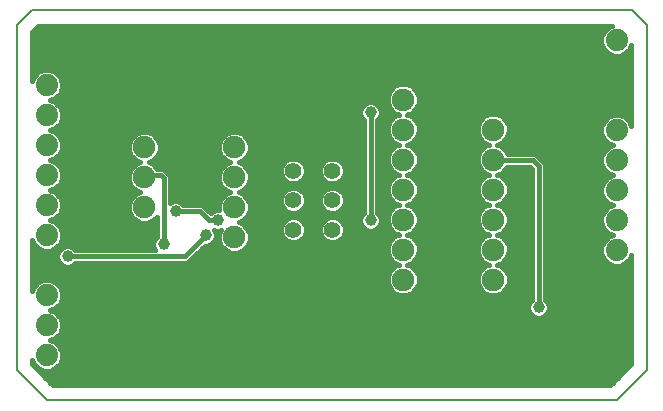
<source format=gbl>
G75*
%MOIN*%
%OFA0B0*%
%FSLAX25Y25*%
%IPPOS*%
%LPD*%
%AMOC8*
5,1,8,0,0,1.08239X$1,22.5*
%
%ADD10C,0.07400*%
%ADD11C,0.00500*%
%ADD12C,0.07500*%
%ADD13C,0.05500*%
%ADD14C,0.01600*%
%ADD15C,0.03962*%
D10*
X0046595Y0016256D03*
X0046595Y0026256D03*
X0046595Y0036256D03*
X0046595Y0046256D03*
X0046595Y0056256D03*
X0046595Y0066256D03*
X0046595Y0076256D03*
X0046595Y0086256D03*
X0046595Y0096256D03*
X0046595Y0106256D03*
X0236595Y0101256D03*
X0236595Y0091256D03*
X0236595Y0081256D03*
X0236595Y0071256D03*
X0236595Y0061256D03*
X0236595Y0051256D03*
X0236595Y0111256D03*
X0236595Y0121256D03*
D11*
X0036595Y0126256D02*
X0036595Y0011256D01*
X0046595Y0001256D01*
X0236595Y0001256D01*
X0246595Y0011256D01*
X0246595Y0126256D01*
X0241595Y0131256D01*
X0041595Y0131256D01*
X0036595Y0126256D01*
D12*
X0079195Y0085656D03*
X0079195Y0075656D03*
X0079195Y0065656D03*
X0079195Y0055656D03*
X0109195Y0055656D03*
X0109195Y0065656D03*
X0109195Y0075656D03*
X0109195Y0085656D03*
X0165495Y0081556D03*
X0165495Y0091556D03*
X0165495Y0101556D03*
X0195495Y0101556D03*
X0195495Y0091556D03*
X0195495Y0081556D03*
X0195495Y0071556D03*
X0195495Y0061556D03*
X0195495Y0051556D03*
X0195495Y0041556D03*
X0165495Y0041556D03*
X0165495Y0051556D03*
X0165495Y0061556D03*
X0165495Y0071556D03*
D13*
X0141795Y0067956D03*
X0128795Y0067956D03*
X0128795Y0077756D03*
X0141795Y0077756D03*
X0141795Y0058156D03*
X0128795Y0058156D03*
D14*
X0124898Y0056720D02*
X0114329Y0056720D01*
X0114345Y0056680D02*
X0113561Y0058573D01*
X0112112Y0060022D01*
X0110582Y0060656D01*
X0112112Y0061290D01*
X0113561Y0062739D01*
X0114345Y0064631D01*
X0114345Y0066680D01*
X0113561Y0068573D01*
X0112112Y0070022D01*
X0110582Y0070656D01*
X0112112Y0071290D01*
X0113561Y0072739D01*
X0114345Y0074631D01*
X0114345Y0076680D01*
X0113561Y0078573D01*
X0112112Y0080022D01*
X0110582Y0080656D01*
X0112112Y0081290D01*
X0113561Y0082739D01*
X0114345Y0084631D01*
X0114345Y0086680D01*
X0113561Y0088573D01*
X0112112Y0090022D01*
X0110220Y0090806D01*
X0108171Y0090806D01*
X0106278Y0090022D01*
X0104829Y0088573D01*
X0104045Y0086680D01*
X0104045Y0084631D01*
X0104829Y0082739D01*
X0106278Y0081290D01*
X0107809Y0080656D01*
X0106278Y0080022D01*
X0104829Y0078573D01*
X0104045Y0076680D01*
X0104045Y0074631D01*
X0104829Y0072739D01*
X0106278Y0071290D01*
X0107809Y0070656D01*
X0106278Y0070022D01*
X0104829Y0068573D01*
X0104045Y0066680D01*
X0104045Y0064637D01*
X0102923Y0064637D01*
X0101680Y0064122D01*
X0101260Y0063702D01*
X0099795Y0065167D01*
X0098506Y0066456D01*
X0092177Y0066456D01*
X0091510Y0067122D01*
X0090268Y0067637D01*
X0088923Y0067637D01*
X0087795Y0067170D01*
X0087795Y0076167D01*
X0086795Y0077167D01*
X0085506Y0078456D01*
X0083610Y0078456D01*
X0083561Y0078573D01*
X0082112Y0080022D01*
X0080582Y0080656D01*
X0082112Y0081290D01*
X0083561Y0082739D01*
X0084345Y0084631D01*
X0084345Y0086680D01*
X0083561Y0088573D01*
X0082112Y0090022D01*
X0080220Y0090806D01*
X0078171Y0090806D01*
X0076278Y0090022D01*
X0074829Y0088573D01*
X0074045Y0086680D01*
X0074045Y0084631D01*
X0074829Y0082739D01*
X0076278Y0081290D01*
X0077809Y0080656D01*
X0076278Y0080022D01*
X0074829Y0078573D01*
X0074045Y0076680D01*
X0074045Y0074631D01*
X0074829Y0072739D01*
X0076278Y0071290D01*
X0077809Y0070656D01*
X0076278Y0070022D01*
X0074829Y0068573D01*
X0074045Y0066680D01*
X0074045Y0064631D01*
X0074829Y0062739D01*
X0076278Y0061290D01*
X0078171Y0060506D01*
X0080220Y0060506D01*
X0082112Y0061290D01*
X0083395Y0062573D01*
X0083395Y0055837D01*
X0082729Y0055171D01*
X0082214Y0053928D01*
X0082214Y0052583D01*
X0082681Y0051456D01*
X0056177Y0051456D01*
X0055510Y0052122D01*
X0054268Y0052637D01*
X0052923Y0052637D01*
X0051680Y0052122D01*
X0050729Y0051171D01*
X0050214Y0049928D01*
X0050214Y0048583D01*
X0050729Y0047341D01*
X0051680Y0046390D01*
X0052923Y0045875D01*
X0054268Y0045875D01*
X0055510Y0046390D01*
X0056177Y0047056D01*
X0093506Y0047056D01*
X0094795Y0048345D01*
X0099325Y0052875D01*
X0100268Y0052875D01*
X0101510Y0053390D01*
X0102461Y0054341D01*
X0102976Y0055583D01*
X0102976Y0056928D01*
X0102514Y0058044D01*
X0102923Y0057875D01*
X0104268Y0057875D01*
X0104596Y0058011D01*
X0104045Y0056680D01*
X0104045Y0054631D01*
X0104829Y0052739D01*
X0106278Y0051290D01*
X0108171Y0050506D01*
X0110220Y0050506D01*
X0112112Y0051290D01*
X0113561Y0052739D01*
X0114345Y0054631D01*
X0114345Y0056680D01*
X0114345Y0055122D02*
X0125960Y0055122D01*
X0126444Y0054638D02*
X0127970Y0054006D01*
X0129621Y0054006D01*
X0131146Y0054638D01*
X0132313Y0055805D01*
X0132945Y0057330D01*
X0132945Y0058981D01*
X0132313Y0060507D01*
X0131146Y0061674D01*
X0129621Y0062306D01*
X0127970Y0062306D01*
X0126444Y0061674D01*
X0125277Y0060507D01*
X0124645Y0058981D01*
X0124645Y0057330D01*
X0125277Y0055805D01*
X0126444Y0054638D01*
X0124645Y0058319D02*
X0113666Y0058319D01*
X0112217Y0059917D02*
X0125033Y0059917D01*
X0126286Y0061516D02*
X0112338Y0061516D01*
X0113717Y0063114D02*
X0151705Y0063114D01*
X0151729Y0063171D02*
X0151214Y0061928D01*
X0151214Y0060583D01*
X0151729Y0059341D01*
X0152680Y0058390D01*
X0153923Y0057875D01*
X0155268Y0057875D01*
X0156510Y0058390D01*
X0157461Y0059341D01*
X0157976Y0060583D01*
X0157976Y0061928D01*
X0157461Y0063171D01*
X0156795Y0063837D01*
X0156795Y0094674D01*
X0157461Y0095341D01*
X0157976Y0096583D01*
X0157976Y0097928D01*
X0157461Y0099171D01*
X0156510Y0100122D01*
X0155268Y0100637D01*
X0153923Y0100637D01*
X0152680Y0100122D01*
X0151729Y0099171D01*
X0151214Y0097928D01*
X0151214Y0096583D01*
X0151729Y0095341D01*
X0152395Y0094674D01*
X0152395Y0063837D01*
X0151729Y0063171D01*
X0152395Y0064713D02*
X0144421Y0064713D01*
X0144146Y0064438D02*
X0145313Y0065605D01*
X0145945Y0067130D01*
X0145945Y0068781D01*
X0145313Y0070307D01*
X0144146Y0071474D01*
X0142621Y0072106D01*
X0140970Y0072106D01*
X0139444Y0071474D01*
X0138277Y0070307D01*
X0137645Y0068781D01*
X0137645Y0067130D01*
X0138277Y0065605D01*
X0139444Y0064438D01*
X0140970Y0063806D01*
X0142621Y0063806D01*
X0144146Y0064438D01*
X0142621Y0062306D02*
X0140970Y0062306D01*
X0139444Y0061674D01*
X0138277Y0060507D01*
X0137645Y0058981D01*
X0137645Y0057330D01*
X0138277Y0055805D01*
X0139444Y0054638D01*
X0140970Y0054006D01*
X0142621Y0054006D01*
X0144146Y0054638D01*
X0145313Y0055805D01*
X0145945Y0057330D01*
X0145945Y0058981D01*
X0145313Y0060507D01*
X0144146Y0061674D01*
X0142621Y0062306D01*
X0144304Y0061516D02*
X0151214Y0061516D01*
X0151490Y0059917D02*
X0145557Y0059917D01*
X0145945Y0058319D02*
X0152850Y0058319D01*
X0156340Y0058319D02*
X0161449Y0058319D01*
X0161129Y0058639D02*
X0162578Y0057190D01*
X0164109Y0056556D01*
X0162578Y0055922D01*
X0161129Y0054473D01*
X0160345Y0052580D01*
X0160345Y0050531D01*
X0161129Y0048639D01*
X0162578Y0047190D01*
X0164109Y0046556D01*
X0162578Y0045922D01*
X0161129Y0044473D01*
X0160345Y0042580D01*
X0160345Y0040531D01*
X0161129Y0038639D01*
X0162578Y0037190D01*
X0164471Y0036406D01*
X0166520Y0036406D01*
X0168412Y0037190D01*
X0169861Y0038639D01*
X0170645Y0040531D01*
X0170645Y0042580D01*
X0169861Y0044473D01*
X0168412Y0045922D01*
X0166882Y0046556D01*
X0168412Y0047190D01*
X0169861Y0048639D01*
X0170645Y0050531D01*
X0170645Y0052580D01*
X0169861Y0054473D01*
X0168412Y0055922D01*
X0166882Y0056556D01*
X0168412Y0057190D01*
X0169861Y0058639D01*
X0170645Y0060531D01*
X0170645Y0062580D01*
X0169861Y0064473D01*
X0168412Y0065922D01*
X0166882Y0066556D01*
X0168412Y0067190D01*
X0169861Y0068639D01*
X0170645Y0070531D01*
X0170645Y0072580D01*
X0169861Y0074473D01*
X0168412Y0075922D01*
X0166882Y0076556D01*
X0168412Y0077190D01*
X0169861Y0078639D01*
X0170645Y0080531D01*
X0170645Y0082580D01*
X0169861Y0084473D01*
X0168412Y0085922D01*
X0166882Y0086556D01*
X0168412Y0087190D01*
X0169861Y0088639D01*
X0170645Y0090531D01*
X0170645Y0092580D01*
X0169861Y0094473D01*
X0168412Y0095922D01*
X0166882Y0096556D01*
X0168412Y0097190D01*
X0169861Y0098639D01*
X0170645Y0100531D01*
X0170645Y0102580D01*
X0169861Y0104473D01*
X0168412Y0105922D01*
X0166520Y0106706D01*
X0164471Y0106706D01*
X0162578Y0105922D01*
X0161129Y0104473D01*
X0160345Y0102580D01*
X0160345Y0100531D01*
X0161129Y0098639D01*
X0162578Y0097190D01*
X0164109Y0096556D01*
X0162578Y0095922D01*
X0161129Y0094473D01*
X0160345Y0092580D01*
X0160345Y0090531D01*
X0161129Y0088639D01*
X0162578Y0087190D01*
X0164109Y0086556D01*
X0162578Y0085922D01*
X0161129Y0084473D01*
X0160345Y0082580D01*
X0160345Y0080531D01*
X0161129Y0078639D01*
X0162578Y0077190D01*
X0164109Y0076556D01*
X0162578Y0075922D01*
X0161129Y0074473D01*
X0160345Y0072580D01*
X0160345Y0070531D01*
X0161129Y0068639D01*
X0162578Y0067190D01*
X0164109Y0066556D01*
X0162578Y0065922D01*
X0161129Y0064473D01*
X0160345Y0062580D01*
X0160345Y0060531D01*
X0161129Y0058639D01*
X0160599Y0059917D02*
X0157700Y0059917D01*
X0157976Y0061516D02*
X0160345Y0061516D01*
X0160566Y0063114D02*
X0157485Y0063114D01*
X0156795Y0064713D02*
X0161369Y0064713D01*
X0163519Y0066312D02*
X0156795Y0066312D01*
X0156795Y0067910D02*
X0161858Y0067910D01*
X0160769Y0069509D02*
X0156795Y0069509D01*
X0156795Y0071107D02*
X0160345Y0071107D01*
X0160397Y0072706D02*
X0156795Y0072706D01*
X0156795Y0074304D02*
X0161059Y0074304D01*
X0162559Y0075903D02*
X0156795Y0075903D01*
X0156795Y0077501D02*
X0162267Y0077501D01*
X0160938Y0079100D02*
X0156795Y0079100D01*
X0156795Y0080698D02*
X0160345Y0080698D01*
X0160345Y0082297D02*
X0156795Y0082297D01*
X0156795Y0083895D02*
X0160890Y0083895D01*
X0162150Y0085494D02*
X0156795Y0085494D01*
X0156795Y0087092D02*
X0162814Y0087092D01*
X0161108Y0088691D02*
X0156795Y0088691D01*
X0156795Y0090289D02*
X0160446Y0090289D01*
X0160345Y0091888D02*
X0156795Y0091888D01*
X0156795Y0093486D02*
X0160720Y0093486D01*
X0161741Y0095085D02*
X0157206Y0095085D01*
X0157976Y0096683D02*
X0163801Y0096683D01*
X0161486Y0098282D02*
X0157830Y0098282D01*
X0156752Y0099880D02*
X0160615Y0099880D01*
X0160345Y0101479D02*
X0048389Y0101479D01*
X0047851Y0101256D02*
X0049484Y0101932D01*
X0050919Y0103367D01*
X0051695Y0105241D01*
X0051695Y0107270D01*
X0050919Y0109145D01*
X0049484Y0110579D01*
X0047610Y0111356D01*
X0045581Y0111356D01*
X0043706Y0110579D01*
X0042272Y0109145D01*
X0041645Y0107632D01*
X0041645Y0124164D01*
X0043687Y0126206D01*
X0235219Y0126206D01*
X0233706Y0125579D01*
X0232272Y0124145D01*
X0231495Y0122270D01*
X0231495Y0120241D01*
X0232272Y0118367D01*
X0233706Y0116932D01*
X0235581Y0116156D01*
X0237610Y0116156D01*
X0239484Y0116932D01*
X0240919Y0118367D01*
X0241545Y0119879D01*
X0241545Y0092632D01*
X0240919Y0094145D01*
X0239484Y0095579D01*
X0237610Y0096356D01*
X0235581Y0096356D01*
X0233706Y0095579D01*
X0232272Y0094145D01*
X0231495Y0092270D01*
X0231495Y0090241D01*
X0232272Y0088367D01*
X0233706Y0086932D01*
X0235339Y0086256D01*
X0233706Y0085579D01*
X0232272Y0084145D01*
X0231495Y0082270D01*
X0231495Y0080241D01*
X0232272Y0078367D01*
X0233706Y0076932D01*
X0235339Y0076256D01*
X0233706Y0075579D01*
X0232272Y0074145D01*
X0231495Y0072270D01*
X0231495Y0070241D01*
X0232272Y0068367D01*
X0233706Y0066932D01*
X0235339Y0066256D01*
X0233706Y0065579D01*
X0232272Y0064145D01*
X0231495Y0062270D01*
X0231495Y0060241D01*
X0232272Y0058367D01*
X0233706Y0056932D01*
X0235339Y0056256D01*
X0233706Y0055579D01*
X0232272Y0054145D01*
X0231495Y0052270D01*
X0231495Y0050241D01*
X0232272Y0048367D01*
X0233706Y0046932D01*
X0235581Y0046156D01*
X0237610Y0046156D01*
X0239484Y0046932D01*
X0240919Y0048367D01*
X0241545Y0049879D01*
X0241545Y0013348D01*
X0234503Y0006306D01*
X0048687Y0006306D01*
X0041645Y0013348D01*
X0041645Y0014879D01*
X0042272Y0013367D01*
X0043706Y0011932D01*
X0045581Y0011156D01*
X0047610Y0011156D01*
X0049484Y0011932D01*
X0050919Y0013367D01*
X0051695Y0015241D01*
X0051695Y0017270D01*
X0050919Y0019145D01*
X0049484Y0020579D01*
X0047851Y0021256D01*
X0049484Y0021932D01*
X0050919Y0023367D01*
X0051695Y0025241D01*
X0051695Y0027270D01*
X0050919Y0029145D01*
X0049484Y0030579D01*
X0047851Y0031256D01*
X0049484Y0031932D01*
X0050919Y0033367D01*
X0051695Y0035241D01*
X0051695Y0037270D01*
X0050919Y0039145D01*
X0049484Y0040579D01*
X0047610Y0041356D01*
X0045581Y0041356D01*
X0043706Y0040579D01*
X0042272Y0039145D01*
X0041645Y0037632D01*
X0041645Y0054879D01*
X0042272Y0053367D01*
X0043706Y0051932D01*
X0045581Y0051156D01*
X0047610Y0051156D01*
X0049484Y0051932D01*
X0050919Y0053367D01*
X0051695Y0055241D01*
X0051695Y0057270D01*
X0050919Y0059145D01*
X0049484Y0060579D01*
X0047851Y0061256D01*
X0049484Y0061932D01*
X0050919Y0063367D01*
X0051695Y0065241D01*
X0051695Y0067270D01*
X0050919Y0069145D01*
X0049484Y0070579D01*
X0047851Y0071256D01*
X0049484Y0071932D01*
X0050919Y0073367D01*
X0051695Y0075241D01*
X0051695Y0077270D01*
X0050919Y0079145D01*
X0049484Y0080579D01*
X0047851Y0081256D01*
X0049484Y0081932D01*
X0050919Y0083367D01*
X0051695Y0085241D01*
X0051695Y0087270D01*
X0050919Y0089145D01*
X0049484Y0090579D01*
X0047851Y0091256D01*
X0049484Y0091932D01*
X0050919Y0093367D01*
X0051695Y0095241D01*
X0051695Y0097270D01*
X0050919Y0099145D01*
X0049484Y0100579D01*
X0047851Y0101256D01*
X0050183Y0099880D02*
X0152438Y0099880D01*
X0151360Y0098282D02*
X0051276Y0098282D01*
X0051695Y0096683D02*
X0151214Y0096683D01*
X0151985Y0095085D02*
X0051630Y0095085D01*
X0050968Y0093486D02*
X0152395Y0093486D01*
X0152395Y0091888D02*
X0049376Y0091888D01*
X0049774Y0090289D02*
X0076923Y0090289D01*
X0074947Y0088691D02*
X0051107Y0088691D01*
X0051695Y0087092D02*
X0074216Y0087092D01*
X0074045Y0085494D02*
X0051695Y0085494D01*
X0051137Y0083895D02*
X0074350Y0083895D01*
X0075271Y0082297D02*
X0049848Y0082297D01*
X0049198Y0080698D02*
X0077707Y0080698D01*
X0075356Y0079100D02*
X0050937Y0079100D01*
X0051600Y0077501D02*
X0074385Y0077501D01*
X0074045Y0075903D02*
X0051695Y0075903D01*
X0051307Y0074304D02*
X0074181Y0074304D01*
X0074862Y0072706D02*
X0050257Y0072706D01*
X0048210Y0071107D02*
X0076719Y0071107D01*
X0075765Y0069509D02*
X0050555Y0069509D01*
X0051430Y0067910D02*
X0074555Y0067910D01*
X0074045Y0066312D02*
X0051695Y0066312D01*
X0051476Y0064713D02*
X0074045Y0064713D01*
X0074673Y0063114D02*
X0050666Y0063114D01*
X0048479Y0061516D02*
X0076052Y0061516D01*
X0082338Y0061516D02*
X0083395Y0061516D01*
X0083395Y0059917D02*
X0050146Y0059917D01*
X0051261Y0058319D02*
X0083395Y0058319D01*
X0083395Y0056720D02*
X0051695Y0056720D01*
X0051646Y0055122D02*
X0082708Y0055122D01*
X0082214Y0053523D02*
X0050983Y0053523D01*
X0051483Y0051925D02*
X0049466Y0051925D01*
X0050379Y0050326D02*
X0041645Y0050326D01*
X0041645Y0048728D02*
X0050214Y0048728D01*
X0050940Y0047129D02*
X0041645Y0047129D01*
X0041645Y0045531D02*
X0162187Y0045531D01*
X0162724Y0047129D02*
X0093580Y0047129D01*
X0095178Y0048728D02*
X0161092Y0048728D01*
X0160430Y0050326D02*
X0096777Y0050326D01*
X0098375Y0051925D02*
X0105643Y0051925D01*
X0104504Y0053523D02*
X0101644Y0053523D01*
X0102785Y0055122D02*
X0104045Y0055122D01*
X0104062Y0056720D02*
X0102976Y0056720D01*
X0099595Y0056256D02*
X0092595Y0049256D01*
X0053595Y0049256D01*
X0055708Y0051925D02*
X0082487Y0051925D01*
X0085595Y0053256D02*
X0085595Y0075256D01*
X0084595Y0076256D01*
X0079795Y0076256D01*
X0079195Y0075656D01*
X0083035Y0079100D02*
X0105356Y0079100D01*
X0104385Y0077501D02*
X0086461Y0077501D01*
X0087795Y0075903D02*
X0104045Y0075903D01*
X0104181Y0074304D02*
X0087795Y0074304D01*
X0087795Y0072706D02*
X0104862Y0072706D01*
X0106719Y0071107D02*
X0087795Y0071107D01*
X0087795Y0069509D02*
X0105765Y0069509D01*
X0104555Y0067910D02*
X0087795Y0067910D01*
X0089595Y0064256D02*
X0097595Y0064256D01*
X0100595Y0061256D01*
X0103595Y0061256D01*
X0104045Y0064713D02*
X0100249Y0064713D01*
X0098651Y0066312D02*
X0104045Y0066312D01*
X0111671Y0071107D02*
X0126077Y0071107D01*
X0126444Y0071474D02*
X0125277Y0070307D01*
X0124645Y0068781D01*
X0124645Y0067130D01*
X0125277Y0065605D01*
X0126444Y0064438D01*
X0127970Y0063806D01*
X0129621Y0063806D01*
X0131146Y0064438D01*
X0132313Y0065605D01*
X0132945Y0067130D01*
X0132945Y0068781D01*
X0132313Y0070307D01*
X0131146Y0071474D01*
X0129621Y0072106D01*
X0127970Y0072106D01*
X0126444Y0071474D01*
X0124946Y0069509D02*
X0112626Y0069509D01*
X0113836Y0067910D02*
X0124645Y0067910D01*
X0124984Y0066312D02*
X0114345Y0066312D01*
X0114345Y0064713D02*
X0126169Y0064713D01*
X0131421Y0064713D02*
X0139169Y0064713D01*
X0137984Y0066312D02*
X0132606Y0066312D01*
X0132945Y0067910D02*
X0137645Y0067910D01*
X0137946Y0069509D02*
X0132644Y0069509D01*
X0131513Y0071107D02*
X0139077Y0071107D01*
X0140970Y0073606D02*
X0142621Y0073606D01*
X0144146Y0074238D01*
X0145313Y0075405D01*
X0145945Y0076930D01*
X0145945Y0078581D01*
X0145313Y0080107D01*
X0144146Y0081274D01*
X0142621Y0081906D01*
X0140970Y0081906D01*
X0139444Y0081274D01*
X0138277Y0080107D01*
X0137645Y0078581D01*
X0137645Y0076930D01*
X0138277Y0075405D01*
X0139444Y0074238D01*
X0140970Y0073606D01*
X0139378Y0074304D02*
X0131212Y0074304D01*
X0131146Y0074238D02*
X0132313Y0075405D01*
X0132945Y0076930D01*
X0132945Y0078581D01*
X0132313Y0080107D01*
X0131146Y0081274D01*
X0129621Y0081906D01*
X0127970Y0081906D01*
X0126444Y0081274D01*
X0125277Y0080107D01*
X0124645Y0078581D01*
X0124645Y0076930D01*
X0125277Y0075405D01*
X0126444Y0074238D01*
X0127970Y0073606D01*
X0129621Y0073606D01*
X0131146Y0074238D01*
X0132519Y0075903D02*
X0138071Y0075903D01*
X0137645Y0077501D02*
X0132945Y0077501D01*
X0132730Y0079100D02*
X0137860Y0079100D01*
X0138868Y0080698D02*
X0131722Y0080698D01*
X0125868Y0080698D02*
X0110684Y0080698D01*
X0113035Y0079100D02*
X0124860Y0079100D01*
X0124645Y0077501D02*
X0114005Y0077501D01*
X0114345Y0075903D02*
X0125071Y0075903D01*
X0126378Y0074304D02*
X0114209Y0074304D01*
X0113528Y0072706D02*
X0152395Y0072706D01*
X0152395Y0074304D02*
X0144212Y0074304D01*
X0145519Y0075903D02*
X0152395Y0075903D01*
X0152395Y0077501D02*
X0145945Y0077501D01*
X0145730Y0079100D02*
X0152395Y0079100D01*
X0152395Y0080698D02*
X0144722Y0080698D01*
X0152395Y0082297D02*
X0113119Y0082297D01*
X0114040Y0083895D02*
X0152395Y0083895D01*
X0152395Y0085494D02*
X0114345Y0085494D01*
X0114175Y0087092D02*
X0152395Y0087092D01*
X0152395Y0088691D02*
X0113444Y0088691D01*
X0111467Y0090289D02*
X0152395Y0090289D01*
X0154595Y0097256D02*
X0154595Y0061256D01*
X0145692Y0056720D02*
X0163711Y0056720D01*
X0161778Y0055122D02*
X0144630Y0055122D01*
X0138960Y0055122D02*
X0131630Y0055122D01*
X0132692Y0056720D02*
X0137898Y0056720D01*
X0137645Y0058319D02*
X0132945Y0058319D01*
X0132557Y0059917D02*
X0138033Y0059917D01*
X0139286Y0061516D02*
X0131304Y0061516D01*
X0145606Y0066312D02*
X0152395Y0066312D01*
X0152395Y0067910D02*
X0145945Y0067910D01*
X0145644Y0069509D02*
X0152395Y0069509D01*
X0152395Y0071107D02*
X0144513Y0071107D01*
X0167472Y0066312D02*
X0193519Y0066312D01*
X0194109Y0066556D02*
X0192578Y0065922D01*
X0191129Y0064473D01*
X0190345Y0062580D01*
X0190345Y0060531D01*
X0191129Y0058639D01*
X0192578Y0057190D01*
X0194109Y0056556D01*
X0192578Y0055922D01*
X0191129Y0054473D01*
X0190345Y0052580D01*
X0190345Y0050531D01*
X0191129Y0048639D01*
X0192578Y0047190D01*
X0194109Y0046556D01*
X0192578Y0045922D01*
X0191129Y0044473D01*
X0190345Y0042580D01*
X0190345Y0040531D01*
X0191129Y0038639D01*
X0192578Y0037190D01*
X0194471Y0036406D01*
X0196520Y0036406D01*
X0198412Y0037190D01*
X0199861Y0038639D01*
X0200645Y0040531D01*
X0200645Y0042580D01*
X0199861Y0044473D01*
X0198412Y0045922D01*
X0196882Y0046556D01*
X0198412Y0047190D01*
X0199861Y0048639D01*
X0200645Y0050531D01*
X0200645Y0052580D01*
X0199861Y0054473D01*
X0198412Y0055922D01*
X0196882Y0056556D01*
X0198412Y0057190D01*
X0199861Y0058639D01*
X0200645Y0060531D01*
X0200645Y0062580D01*
X0199861Y0064473D01*
X0198412Y0065922D01*
X0196882Y0066556D01*
X0198412Y0067190D01*
X0199861Y0068639D01*
X0200645Y0070531D01*
X0200645Y0072580D01*
X0199861Y0074473D01*
X0198412Y0075922D01*
X0196882Y0076556D01*
X0198412Y0077190D01*
X0199861Y0078639D01*
X0200034Y0079056D01*
X0207684Y0079056D01*
X0208395Y0078345D01*
X0208395Y0034838D01*
X0207729Y0034171D01*
X0207214Y0032928D01*
X0207214Y0031583D01*
X0207729Y0030341D01*
X0208680Y0029390D01*
X0209923Y0028875D01*
X0211268Y0028875D01*
X0212510Y0029390D01*
X0213461Y0030341D01*
X0213976Y0031583D01*
X0213976Y0032928D01*
X0213461Y0034171D01*
X0212795Y0034838D01*
X0212795Y0080167D01*
X0210795Y0082167D01*
X0209506Y0083456D01*
X0200282Y0083456D01*
X0199861Y0084473D01*
X0198412Y0085922D01*
X0196882Y0086556D01*
X0198412Y0087190D01*
X0199861Y0088639D01*
X0200645Y0090531D01*
X0200645Y0092580D01*
X0199861Y0094473D01*
X0198412Y0095922D01*
X0196520Y0096706D01*
X0194471Y0096706D01*
X0192578Y0095922D01*
X0191129Y0094473D01*
X0190345Y0092580D01*
X0190345Y0090531D01*
X0191129Y0088639D01*
X0192578Y0087190D01*
X0194109Y0086556D01*
X0192578Y0085922D01*
X0191129Y0084473D01*
X0190345Y0082580D01*
X0190345Y0080531D01*
X0191129Y0078639D01*
X0192578Y0077190D01*
X0194109Y0076556D01*
X0192578Y0075922D01*
X0191129Y0074473D01*
X0190345Y0072580D01*
X0190345Y0070531D01*
X0191129Y0068639D01*
X0192578Y0067190D01*
X0194109Y0066556D01*
X0191858Y0067910D02*
X0169132Y0067910D01*
X0170221Y0069509D02*
X0190769Y0069509D01*
X0190345Y0071107D02*
X0170645Y0071107D01*
X0170593Y0072706D02*
X0190397Y0072706D01*
X0191059Y0074304D02*
X0169931Y0074304D01*
X0168432Y0075903D02*
X0192559Y0075903D01*
X0192267Y0077501D02*
X0168724Y0077501D01*
X0170052Y0079100D02*
X0190938Y0079100D01*
X0190345Y0080698D02*
X0170645Y0080698D01*
X0170645Y0082297D02*
X0190345Y0082297D01*
X0190890Y0083895D02*
X0170101Y0083895D01*
X0168841Y0085494D02*
X0192150Y0085494D01*
X0192814Y0087092D02*
X0168176Y0087092D01*
X0169883Y0088691D02*
X0191108Y0088691D01*
X0190446Y0090289D02*
X0170545Y0090289D01*
X0170645Y0091888D02*
X0190345Y0091888D01*
X0190720Y0093486D02*
X0170270Y0093486D01*
X0169250Y0095085D02*
X0191741Y0095085D01*
X0194416Y0096683D02*
X0167189Y0096683D01*
X0169504Y0098282D02*
X0241545Y0098282D01*
X0241545Y0099880D02*
X0170375Y0099880D01*
X0170645Y0101479D02*
X0241545Y0101479D01*
X0241545Y0103077D02*
X0170439Y0103077D01*
X0169658Y0104676D02*
X0241545Y0104676D01*
X0241545Y0106274D02*
X0167562Y0106274D01*
X0163429Y0106274D02*
X0051695Y0106274D01*
X0051461Y0104676D02*
X0161332Y0104676D01*
X0160551Y0103077D02*
X0050629Y0103077D01*
X0051446Y0107873D02*
X0241545Y0107873D01*
X0241545Y0109471D02*
X0050592Y0109471D01*
X0048300Y0111070D02*
X0241545Y0111070D01*
X0241545Y0112668D02*
X0041645Y0112668D01*
X0041645Y0111070D02*
X0044890Y0111070D01*
X0042598Y0109471D02*
X0041645Y0109471D01*
X0041645Y0107873D02*
X0041745Y0107873D01*
X0041645Y0114267D02*
X0241545Y0114267D01*
X0241545Y0115865D02*
X0041645Y0115865D01*
X0041645Y0117464D02*
X0233175Y0117464D01*
X0231984Y0119062D02*
X0041645Y0119062D01*
X0041645Y0120661D02*
X0231495Y0120661D01*
X0231495Y0122259D02*
X0041645Y0122259D01*
X0041645Y0123858D02*
X0232153Y0123858D01*
X0233583Y0125456D02*
X0042937Y0125456D01*
X0066595Y0099256D02*
X0066942Y0098909D01*
X0081467Y0090289D02*
X0106923Y0090289D01*
X0104947Y0088691D02*
X0083444Y0088691D01*
X0084175Y0087092D02*
X0104216Y0087092D01*
X0104045Y0085494D02*
X0084345Y0085494D01*
X0084040Y0083895D02*
X0104350Y0083895D01*
X0105271Y0082297D02*
X0083119Y0082297D01*
X0080684Y0080698D02*
X0107707Y0080698D01*
X0113886Y0053523D02*
X0160736Y0053523D01*
X0160345Y0051925D02*
X0112747Y0051925D01*
X0160345Y0042334D02*
X0041645Y0042334D01*
X0041645Y0043932D02*
X0160905Y0043932D01*
X0160345Y0040735D02*
X0049108Y0040735D01*
X0050922Y0039137D02*
X0160923Y0039137D01*
X0162230Y0037538D02*
X0051584Y0037538D01*
X0051695Y0035940D02*
X0208395Y0035940D01*
X0208395Y0037538D02*
X0198761Y0037538D01*
X0200067Y0039137D02*
X0208395Y0039137D01*
X0208395Y0040735D02*
X0200645Y0040735D01*
X0200645Y0042334D02*
X0208395Y0042334D01*
X0208395Y0043932D02*
X0200085Y0043932D01*
X0198803Y0045531D02*
X0208395Y0045531D01*
X0208395Y0047129D02*
X0198266Y0047129D01*
X0199898Y0048728D02*
X0208395Y0048728D01*
X0208395Y0050326D02*
X0200560Y0050326D01*
X0200645Y0051925D02*
X0208395Y0051925D01*
X0208395Y0053523D02*
X0200254Y0053523D01*
X0199212Y0055122D02*
X0208395Y0055122D01*
X0208395Y0056720D02*
X0197279Y0056720D01*
X0199541Y0058319D02*
X0208395Y0058319D01*
X0208395Y0059917D02*
X0200391Y0059917D01*
X0200645Y0061516D02*
X0208395Y0061516D01*
X0212795Y0061516D02*
X0231495Y0061516D01*
X0231629Y0059917D02*
X0212795Y0059917D01*
X0212795Y0058319D02*
X0232320Y0058319D01*
X0234218Y0056720D02*
X0212795Y0056720D01*
X0212795Y0055122D02*
X0233249Y0055122D01*
X0232014Y0053523D02*
X0212795Y0053523D01*
X0212795Y0051925D02*
X0231495Y0051925D01*
X0231495Y0050326D02*
X0212795Y0050326D01*
X0212795Y0048728D02*
X0232122Y0048728D01*
X0233509Y0047129D02*
X0212795Y0047129D01*
X0212795Y0045531D02*
X0241545Y0045531D01*
X0241545Y0047129D02*
X0239681Y0047129D01*
X0241068Y0048728D02*
X0241545Y0048728D01*
X0241545Y0043932D02*
X0212795Y0043932D01*
X0212795Y0042334D02*
X0241545Y0042334D01*
X0241545Y0040735D02*
X0212795Y0040735D01*
X0212795Y0039137D02*
X0241545Y0039137D01*
X0241545Y0037538D02*
X0212795Y0037538D01*
X0212795Y0035940D02*
X0241545Y0035940D01*
X0241545Y0034341D02*
X0213291Y0034341D01*
X0213976Y0032743D02*
X0241545Y0032743D01*
X0241545Y0031144D02*
X0213794Y0031144D01*
X0212667Y0029546D02*
X0241545Y0029546D01*
X0241545Y0027947D02*
X0051415Y0027947D01*
X0051695Y0026349D02*
X0241545Y0026349D01*
X0241545Y0024750D02*
X0051492Y0024750D01*
X0050703Y0023152D02*
X0241545Y0023152D01*
X0241545Y0021553D02*
X0048569Y0021553D01*
X0050109Y0019955D02*
X0241545Y0019955D01*
X0241545Y0018356D02*
X0051245Y0018356D01*
X0051695Y0016758D02*
X0241545Y0016758D01*
X0241545Y0015159D02*
X0051661Y0015159D01*
X0050999Y0013561D02*
X0241545Y0013561D01*
X0240160Y0011962D02*
X0049514Y0011962D01*
X0044629Y0010364D02*
X0238561Y0010364D01*
X0236963Y0008765D02*
X0046228Y0008765D01*
X0047826Y0007167D02*
X0235364Y0007167D01*
X0208524Y0029546D02*
X0050518Y0029546D01*
X0048121Y0031144D02*
X0207396Y0031144D01*
X0207214Y0032743D02*
X0050294Y0032743D01*
X0051322Y0034341D02*
X0207899Y0034341D01*
X0210595Y0032256D02*
X0210595Y0079256D01*
X0208595Y0081256D01*
X0195795Y0081256D01*
X0195495Y0081556D01*
X0200101Y0083895D02*
X0232168Y0083895D01*
X0231506Y0082297D02*
X0210666Y0082297D01*
X0212264Y0080698D02*
X0231495Y0080698D01*
X0231968Y0079100D02*
X0212795Y0079100D01*
X0212795Y0077501D02*
X0233137Y0077501D01*
X0234486Y0075903D02*
X0212795Y0075903D01*
X0212795Y0074304D02*
X0232431Y0074304D01*
X0231675Y0072706D02*
X0212795Y0072706D01*
X0212795Y0071107D02*
X0231495Y0071107D01*
X0231799Y0069509D02*
X0212795Y0069509D01*
X0212795Y0067910D02*
X0232729Y0067910D01*
X0235205Y0066312D02*
X0212795Y0066312D01*
X0212795Y0064713D02*
X0232840Y0064713D01*
X0231845Y0063114D02*
X0212795Y0063114D01*
X0208395Y0063114D02*
X0200424Y0063114D01*
X0199621Y0064713D02*
X0208395Y0064713D01*
X0208395Y0066312D02*
X0197472Y0066312D01*
X0199132Y0067910D02*
X0208395Y0067910D01*
X0208395Y0069509D02*
X0200221Y0069509D01*
X0200645Y0071107D02*
X0208395Y0071107D01*
X0208395Y0072706D02*
X0200593Y0072706D01*
X0199931Y0074304D02*
X0208395Y0074304D01*
X0208395Y0075903D02*
X0198432Y0075903D01*
X0198724Y0077501D02*
X0208395Y0077501D01*
X0198841Y0085494D02*
X0233620Y0085494D01*
X0233546Y0087092D02*
X0198176Y0087092D01*
X0199883Y0088691D02*
X0232137Y0088691D01*
X0231495Y0090289D02*
X0200545Y0090289D01*
X0200645Y0091888D02*
X0231495Y0091888D01*
X0231999Y0093486D02*
X0200270Y0093486D01*
X0199250Y0095085D02*
X0233211Y0095085D01*
X0239979Y0095085D02*
X0241545Y0095085D01*
X0241545Y0096683D02*
X0196574Y0096683D01*
X0241192Y0093486D02*
X0241545Y0093486D01*
X0241545Y0117464D02*
X0240016Y0117464D01*
X0241207Y0119062D02*
X0241545Y0119062D01*
X0191369Y0064713D02*
X0169621Y0064713D01*
X0170424Y0063114D02*
X0190566Y0063114D01*
X0190345Y0061516D02*
X0170645Y0061516D01*
X0170391Y0059917D02*
X0190599Y0059917D01*
X0191449Y0058319D02*
X0169541Y0058319D01*
X0167279Y0056720D02*
X0193711Y0056720D01*
X0191778Y0055122D02*
X0169212Y0055122D01*
X0170254Y0053523D02*
X0190736Y0053523D01*
X0190345Y0051925D02*
X0170645Y0051925D01*
X0170560Y0050326D02*
X0190430Y0050326D01*
X0191092Y0048728D02*
X0169898Y0048728D01*
X0168266Y0047129D02*
X0192724Y0047129D01*
X0192187Y0045531D02*
X0168803Y0045531D01*
X0170085Y0043932D02*
X0190905Y0043932D01*
X0190345Y0042334D02*
X0170645Y0042334D01*
X0170645Y0040735D02*
X0190345Y0040735D01*
X0190923Y0039137D02*
X0170067Y0039137D01*
X0168761Y0037538D02*
X0192230Y0037538D01*
X0230595Y0034256D02*
X0231595Y0034256D01*
X0044082Y0040735D02*
X0041645Y0040735D01*
X0041645Y0039137D02*
X0042268Y0039137D01*
X0041645Y0051925D02*
X0043724Y0051925D01*
X0042207Y0053523D02*
X0041645Y0053523D01*
X0041645Y0013561D02*
X0042191Y0013561D01*
X0043031Y0011962D02*
X0043676Y0011962D01*
D15*
X0053595Y0049256D03*
X0085595Y0053256D03*
X0099595Y0056256D03*
X0103595Y0061256D03*
X0089595Y0064256D03*
X0066942Y0098909D03*
X0154595Y0097256D03*
X0154595Y0061256D03*
X0210595Y0032256D03*
X0230595Y0034256D03*
M02*

</source>
